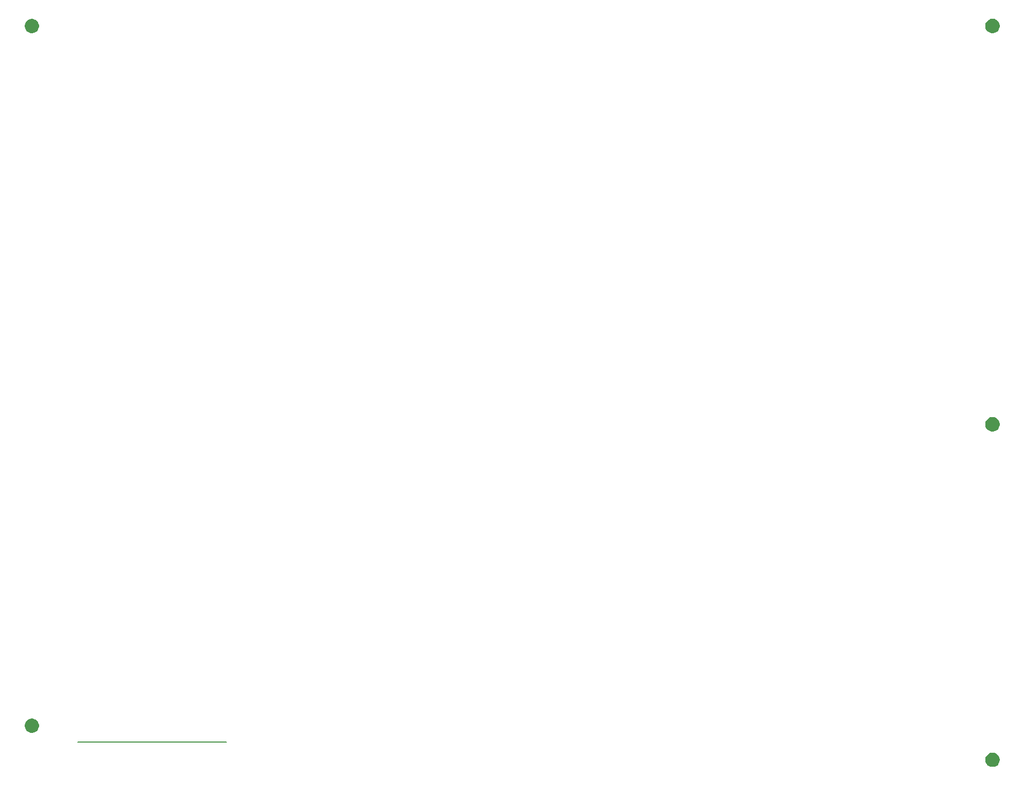
<source format=gts>
G04 #@! TF.GenerationSoftware,KiCad,Pcbnew,(5.1.5-0-10_14)*
G04 #@! TF.CreationDate,2020-04-19T15:56:36+09:00*
G04 #@! TF.ProjectId,colice_pcb_left_bottom,636f6c69-6365-45f7-9063-625f6c656674,rev?*
G04 #@! TF.SameCoordinates,Original*
G04 #@! TF.FileFunction,Soldermask,Top*
G04 #@! TF.FilePolarity,Negative*
%FSLAX46Y46*%
G04 Gerber Fmt 4.6, Leading zero omitted, Abs format (unit mm)*
G04 Created by KiCad (PCBNEW (5.1.5-0-10_14)) date 2020-04-19 15:56:36*
%MOMM*%
%LPD*%
G04 APERTURE LIST*
%ADD10C,0.150000*%
%ADD11C,0.100000*%
G04 APERTURE END LIST*
D10*
X32575500Y-142367000D02*
X56070500Y-142367000D01*
D11*
G36*
X177290241Y-144052871D02*
G01*
X177495159Y-144137751D01*
X177495161Y-144137752D01*
X177679583Y-144260979D01*
X177836421Y-144417817D01*
X177836422Y-144417819D01*
X177959649Y-144602241D01*
X178044529Y-144807159D01*
X178087800Y-145024697D01*
X178087800Y-145246503D01*
X178044529Y-145464041D01*
X177959649Y-145668959D01*
X177959648Y-145668961D01*
X177836421Y-145853383D01*
X177679583Y-146010221D01*
X177495161Y-146133448D01*
X177495160Y-146133449D01*
X177495159Y-146133449D01*
X177290241Y-146218329D01*
X177072703Y-146261600D01*
X176850897Y-146261600D01*
X176633359Y-146218329D01*
X176428441Y-146133449D01*
X176428440Y-146133449D01*
X176428439Y-146133448D01*
X176244017Y-146010221D01*
X176087179Y-145853383D01*
X175963952Y-145668961D01*
X175963951Y-145668959D01*
X175879071Y-145464041D01*
X175835800Y-145246503D01*
X175835800Y-145024697D01*
X175879071Y-144807159D01*
X175963951Y-144602241D01*
X176087178Y-144417819D01*
X176087179Y-144417817D01*
X176244017Y-144260979D01*
X176428439Y-144137752D01*
X176428441Y-144137751D01*
X176633359Y-144052871D01*
X176850897Y-144009600D01*
X177072703Y-144009600D01*
X177290241Y-144052871D01*
G37*
G36*
X25664941Y-138668071D02*
G01*
X25869859Y-138752951D01*
X25869861Y-138752952D01*
X26054283Y-138876179D01*
X26211121Y-139033017D01*
X26211122Y-139033019D01*
X26334349Y-139217441D01*
X26419229Y-139422359D01*
X26462500Y-139639897D01*
X26462500Y-139861703D01*
X26419229Y-140079241D01*
X26334349Y-140284159D01*
X26334348Y-140284161D01*
X26211121Y-140468583D01*
X26054283Y-140625421D01*
X25869861Y-140748648D01*
X25869860Y-140748649D01*
X25869859Y-140748649D01*
X25664941Y-140833529D01*
X25447403Y-140876800D01*
X25225597Y-140876800D01*
X25008059Y-140833529D01*
X24803141Y-140748649D01*
X24803140Y-140748649D01*
X24803139Y-140748648D01*
X24618717Y-140625421D01*
X24461879Y-140468583D01*
X24338652Y-140284161D01*
X24338651Y-140284159D01*
X24253771Y-140079241D01*
X24210500Y-139861703D01*
X24210500Y-139639897D01*
X24253771Y-139422359D01*
X24338651Y-139217441D01*
X24461878Y-139033019D01*
X24461879Y-139033017D01*
X24618717Y-138876179D01*
X24803139Y-138752952D01*
X24803141Y-138752951D01*
X25008059Y-138668071D01*
X25225597Y-138624800D01*
X25447403Y-138624800D01*
X25664941Y-138668071D01*
G37*
G36*
X177290241Y-91055771D02*
G01*
X177495159Y-91140651D01*
X177495161Y-91140652D01*
X177679583Y-91263879D01*
X177836421Y-91420717D01*
X177836422Y-91420719D01*
X177959649Y-91605141D01*
X178044529Y-91810059D01*
X178087800Y-92027597D01*
X178087800Y-92249403D01*
X178044529Y-92466941D01*
X177959649Y-92671859D01*
X177959648Y-92671861D01*
X177836421Y-92856283D01*
X177679583Y-93013121D01*
X177495161Y-93136348D01*
X177495160Y-93136349D01*
X177495159Y-93136349D01*
X177290241Y-93221229D01*
X177072703Y-93264500D01*
X176850897Y-93264500D01*
X176633359Y-93221229D01*
X176428441Y-93136349D01*
X176428440Y-93136349D01*
X176428439Y-93136348D01*
X176244017Y-93013121D01*
X176087179Y-92856283D01*
X175963952Y-92671861D01*
X175963951Y-92671859D01*
X175879071Y-92466941D01*
X175835800Y-92249403D01*
X175835800Y-92027597D01*
X175879071Y-91810059D01*
X175963951Y-91605141D01*
X176087178Y-91420719D01*
X176087179Y-91420717D01*
X176244017Y-91263879D01*
X176428439Y-91140652D01*
X176428441Y-91140651D01*
X176633359Y-91055771D01*
X176850897Y-91012500D01*
X177072703Y-91012500D01*
X177290241Y-91055771D01*
G37*
G36*
X25664941Y-28165371D02*
G01*
X25869859Y-28250251D01*
X25869861Y-28250252D01*
X26054283Y-28373479D01*
X26211121Y-28530317D01*
X26211122Y-28530319D01*
X26334349Y-28714741D01*
X26419229Y-28919659D01*
X26462500Y-29137197D01*
X26462500Y-29359003D01*
X26419229Y-29576541D01*
X26334349Y-29781459D01*
X26334348Y-29781461D01*
X26211121Y-29965883D01*
X26054283Y-30122721D01*
X25869861Y-30245948D01*
X25869860Y-30245949D01*
X25869859Y-30245949D01*
X25664941Y-30330829D01*
X25447403Y-30374100D01*
X25225597Y-30374100D01*
X25008059Y-30330829D01*
X24803141Y-30245949D01*
X24803140Y-30245949D01*
X24803139Y-30245948D01*
X24618717Y-30122721D01*
X24461879Y-29965883D01*
X24338652Y-29781461D01*
X24338651Y-29781459D01*
X24253771Y-29576541D01*
X24210500Y-29359003D01*
X24210500Y-29137197D01*
X24253771Y-28919659D01*
X24338651Y-28714741D01*
X24461878Y-28530319D01*
X24461879Y-28530317D01*
X24618717Y-28373479D01*
X24803139Y-28250252D01*
X24803141Y-28250251D01*
X25008059Y-28165371D01*
X25225597Y-28122100D01*
X25447403Y-28122100D01*
X25664941Y-28165371D01*
G37*
G36*
X177290241Y-28152671D02*
G01*
X177495159Y-28237551D01*
X177495161Y-28237552D01*
X177679583Y-28360779D01*
X177836421Y-28517617D01*
X177836422Y-28517619D01*
X177959649Y-28702041D01*
X178044529Y-28906959D01*
X178087800Y-29124497D01*
X178087800Y-29346303D01*
X178044529Y-29563841D01*
X178039268Y-29576541D01*
X177959648Y-29768761D01*
X177836421Y-29953183D01*
X177679583Y-30110021D01*
X177495161Y-30233248D01*
X177495160Y-30233249D01*
X177495159Y-30233249D01*
X177290241Y-30318129D01*
X177072703Y-30361400D01*
X176850897Y-30361400D01*
X176633359Y-30318129D01*
X176428441Y-30233249D01*
X176428440Y-30233249D01*
X176428439Y-30233248D01*
X176244017Y-30110021D01*
X176087179Y-29953183D01*
X175963952Y-29768761D01*
X175884332Y-29576541D01*
X175879071Y-29563841D01*
X175835800Y-29346303D01*
X175835800Y-29124497D01*
X175879071Y-28906959D01*
X175963951Y-28702041D01*
X176087178Y-28517619D01*
X176087179Y-28517617D01*
X176244017Y-28360779D01*
X176428439Y-28237552D01*
X176428441Y-28237551D01*
X176633359Y-28152671D01*
X176850897Y-28109400D01*
X177072703Y-28109400D01*
X177290241Y-28152671D01*
G37*
M02*

</source>
